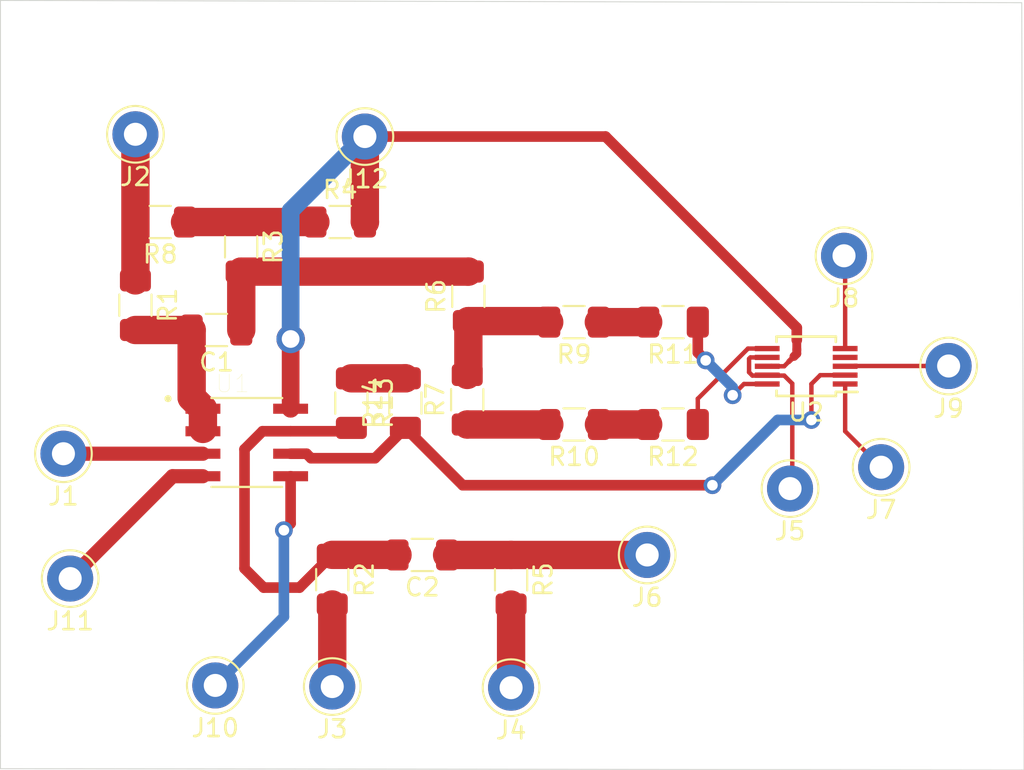
<source format=kicad_pcb>
(kicad_pcb (version 20171130) (host pcbnew 5.1.6-c6e7f7d~86~ubuntu18.04.1)

  (general
    (thickness 1.6)
    (drawings 8)
    (tracks 109)
    (zones 0)
    (modules 30)
    (nets 25)
  )

  (page A4)
  (layers
    (0 F.Cu signal)
    (31 B.Cu signal)
    (32 B.Adhes user)
    (33 F.Adhes user)
    (34 B.Paste user)
    (35 F.Paste user)
    (36 B.SilkS user)
    (37 F.SilkS user)
    (38 B.Mask user)
    (39 F.Mask user)
    (40 Dwgs.User user)
    (41 Cmts.User user)
    (42 Eco1.User user)
    (43 Eco2.User user)
    (44 Edge.Cuts user)
    (45 Margin user)
    (46 B.CrtYd user)
    (47 F.CrtYd user)
    (48 B.Fab user)
    (49 F.Fab user)
  )

  (setup
    (last_trace_width 0.3)
    (user_trace_width 0.3)
    (user_trace_width 0.5)
    (user_trace_width 0.6)
    (user_trace_width 0.8)
    (user_trace_width 1)
    (user_trace_width 1.6)
    (trace_clearance 0.2)
    (zone_clearance 0.508)
    (zone_45_only no)
    (trace_min 0.2)
    (via_size 0.8)
    (via_drill 0.4)
    (via_min_size 0.4)
    (via_min_drill 0.3)
    (user_via 0.5 0.4)
    (user_via 0.6 0.4)
    (user_via 1 0.6)
    (user_via 1.6 1)
    (uvia_size 0.3)
    (uvia_drill 0.1)
    (uvias_allowed no)
    (uvia_min_size 0.2)
    (uvia_min_drill 0.1)
    (edge_width 0.05)
    (segment_width 0.2)
    (pcb_text_width 0.3)
    (pcb_text_size 1.5 1.5)
    (mod_edge_width 0.12)
    (mod_text_size 1 1)
    (mod_text_width 0.15)
    (pad_size 1.524 1.524)
    (pad_drill 0.762)
    (pad_to_mask_clearance 0.05)
    (aux_axis_origin 0 0)
    (visible_elements FFFFFF7F)
    (pcbplotparams
      (layerselection 0x010fc_ffffffff)
      (usegerberextensions false)
      (usegerberattributes true)
      (usegerberadvancedattributes true)
      (creategerberjobfile true)
      (excludeedgelayer true)
      (linewidth 0.100000)
      (plotframeref false)
      (viasonmask false)
      (mode 1)
      (useauxorigin false)
      (hpglpennumber 1)
      (hpglpenspeed 20)
      (hpglpendiameter 15.000000)
      (psnegative false)
      (psa4output false)
      (plotreference true)
      (plotvalue true)
      (plotinvisibletext false)
      (padsonsilk false)
      (subtractmaskfromsilk false)
      (outputformat 1)
      (mirror false)
      (drillshape 0)
      (scaleselection 1)
      (outputdirectory "/home/linux-user/Documents/Amplifiers/Volume Controller/Biasing and 10V Test/Biasing and 10V Test Gerber Files/"))
  )

  (net 0 "")
  (net 1 "Net-(C1-Pad2)")
  (net 2 "Net-(C1-Pad1)")
  (net 3 "Net-(C2-Pad1)")
  (net 4 "Net-(C2-Pad2)")
  (net 5 "Net-(J1-Pad1)")
  (net 6 "Net-(J2-Pad1)")
  (net 7 "Net-(J3-Pad1)")
  (net 8 "Net-(J4-Pad1)")
  (net 9 "Net-(J5-Pad1)")
  (net 10 "Net-(J7-Pad1)")
  (net 11 "Net-(J8-Pad1)")
  (net 12 "Net-(J9-Pad1)")
  (net 13 "Net-(J10-Pad1)")
  (net 14 "Net-(R3-Pad1)")
  (net 15 "Net-(R6-Pad1)")
  (net 16 "Net-(R10-Pad2)")
  (net 17 "Net-(R11-Pad2)")
  (net 18 "Net-(R10-Pad1)")
  (net 19 "Net-(R11-Pad1)")
  (net 20 "Net-(R12-Pad1)")
  (net 21 "Net-(R13-Pad1)")
  (net 22 "Net-(R14-Pad1)")
  (net 23 "Net-(J11-Pad1)")
  (net 24 "Net-(J12-Pad1)")

  (net_class Default "This is the default net class."
    (clearance 0.2)
    (trace_width 0.25)
    (via_dia 0.8)
    (via_drill 0.4)
    (uvia_dia 0.3)
    (uvia_drill 0.1)
    (add_net "Net-(C1-Pad1)")
    (add_net "Net-(C1-Pad2)")
    (add_net "Net-(C2-Pad1)")
    (add_net "Net-(C2-Pad2)")
    (add_net "Net-(J1-Pad1)")
    (add_net "Net-(J10-Pad1)")
    (add_net "Net-(J11-Pad1)")
    (add_net "Net-(J12-Pad1)")
    (add_net "Net-(J2-Pad1)")
    (add_net "Net-(J3-Pad1)")
    (add_net "Net-(J4-Pad1)")
    (add_net "Net-(J5-Pad1)")
    (add_net "Net-(J7-Pad1)")
    (add_net "Net-(J8-Pad1)")
    (add_net "Net-(J9-Pad1)")
    (add_net "Net-(R10-Pad1)")
    (add_net "Net-(R10-Pad2)")
    (add_net "Net-(R11-Pad1)")
    (add_net "Net-(R11-Pad2)")
    (add_net "Net-(R12-Pad1)")
    (add_net "Net-(R13-Pad1)")
    (add_net "Net-(R14-Pad1)")
    (add_net "Net-(R3-Pad1)")
    (add_net "Net-(R6-Pad1)")
  )

  (module Capacitor_SMD:C_1206_3216Metric (layer F.Cu) (tedit 5B301BBE) (tstamp 5F400F46)
    (at 120.018 73.4695 180)
    (descr "Capacitor SMD 1206 (3216 Metric), square (rectangular) end terminal, IPC_7351 nominal, (Body size source: http://www.tortai-tech.com/upload/download/2011102023233369053.pdf), generated with kicad-footprint-generator")
    (tags capacitor)
    (path /5F430719)
    (attr smd)
    (fp_text reference C1 (at 0 -1.82) (layer F.SilkS)
      (effects (font (size 1 1) (thickness 0.15)))
    )
    (fp_text value 10uF (at 0 1.82) (layer F.Fab)
      (effects (font (size 1 1) (thickness 0.15)))
    )
    (fp_text user %R (at 0 0) (layer F.Fab)
      (effects (font (size 0.8 0.8) (thickness 0.12)))
    )
    (fp_line (start -1.6 0.8) (end -1.6 -0.8) (layer F.Fab) (width 0.1))
    (fp_line (start -1.6 -0.8) (end 1.6 -0.8) (layer F.Fab) (width 0.1))
    (fp_line (start 1.6 -0.8) (end 1.6 0.8) (layer F.Fab) (width 0.1))
    (fp_line (start 1.6 0.8) (end -1.6 0.8) (layer F.Fab) (width 0.1))
    (fp_line (start -0.602064 -0.91) (end 0.602064 -0.91) (layer F.SilkS) (width 0.12))
    (fp_line (start -0.602064 0.91) (end 0.602064 0.91) (layer F.SilkS) (width 0.12))
    (fp_line (start -2.28 1.12) (end -2.28 -1.12) (layer F.CrtYd) (width 0.05))
    (fp_line (start -2.28 -1.12) (end 2.28 -1.12) (layer F.CrtYd) (width 0.05))
    (fp_line (start 2.28 -1.12) (end 2.28 1.12) (layer F.CrtYd) (width 0.05))
    (fp_line (start 2.28 1.12) (end -2.28 1.12) (layer F.CrtYd) (width 0.05))
    (pad 2 smd roundrect (at 1.4 0 180) (size 1.25 1.75) (layers F.Cu F.Paste F.Mask) (roundrect_rratio 0.2)
      (net 1 "Net-(C1-Pad2)"))
    (pad 1 smd roundrect (at -1.4 0 180) (size 1.25 1.75) (layers F.Cu F.Paste F.Mask) (roundrect_rratio 0.2)
      (net 2 "Net-(C1-Pad1)"))
    (model ${KISYS3DMOD}/Capacitor_SMD.3dshapes/C_1206_3216Metric.wrl
      (at (xyz 0 0 0))
      (scale (xyz 1 1 1))
      (rotate (xyz 0 0 0))
    )
  )

  (module Capacitor_SMD:C_1206_3216Metric (layer F.Cu) (tedit 5B301BBE) (tstamp 5F400F57)
    (at 131.6385 86.1695 180)
    (descr "Capacitor SMD 1206 (3216 Metric), square (rectangular) end terminal, IPC_7351 nominal, (Body size source: http://www.tortai-tech.com/upload/download/2011102023233369053.pdf), generated with kicad-footprint-generator")
    (tags capacitor)
    (path /5F45673A)
    (attr smd)
    (fp_text reference C2 (at 0 -1.82) (layer F.SilkS)
      (effects (font (size 1 1) (thickness 0.15)))
    )
    (fp_text value 10uF (at 0 1.82) (layer F.Fab)
      (effects (font (size 1 1) (thickness 0.15)))
    )
    (fp_line (start 2.28 1.12) (end -2.28 1.12) (layer F.CrtYd) (width 0.05))
    (fp_line (start 2.28 -1.12) (end 2.28 1.12) (layer F.CrtYd) (width 0.05))
    (fp_line (start -2.28 -1.12) (end 2.28 -1.12) (layer F.CrtYd) (width 0.05))
    (fp_line (start -2.28 1.12) (end -2.28 -1.12) (layer F.CrtYd) (width 0.05))
    (fp_line (start -0.602064 0.91) (end 0.602064 0.91) (layer F.SilkS) (width 0.12))
    (fp_line (start -0.602064 -0.91) (end 0.602064 -0.91) (layer F.SilkS) (width 0.12))
    (fp_line (start 1.6 0.8) (end -1.6 0.8) (layer F.Fab) (width 0.1))
    (fp_line (start 1.6 -0.8) (end 1.6 0.8) (layer F.Fab) (width 0.1))
    (fp_line (start -1.6 -0.8) (end 1.6 -0.8) (layer F.Fab) (width 0.1))
    (fp_line (start -1.6 0.8) (end -1.6 -0.8) (layer F.Fab) (width 0.1))
    (fp_text user %R (at 0 0) (layer F.Fab)
      (effects (font (size 0.8 0.8) (thickness 0.12)))
    )
    (pad 1 smd roundrect (at -1.4 0 180) (size 1.25 1.75) (layers F.Cu F.Paste F.Mask) (roundrect_rratio 0.2)
      (net 3 "Net-(C2-Pad1)"))
    (pad 2 smd roundrect (at 1.4 0 180) (size 1.25 1.75) (layers F.Cu F.Paste F.Mask) (roundrect_rratio 0.2)
      (net 4 "Net-(C2-Pad2)"))
    (model ${KISYS3DMOD}/Capacitor_SMD.3dshapes/C_1206_3216Metric.wrl
      (at (xyz 0 0 0))
      (scale (xyz 1 1 1))
      (rotate (xyz 0 0 0))
    )
  )

  (module Connector_Pin:Pin_D1.3mm_L11.0mm (layer F.Cu) (tedit 5A1DC085) (tstamp 5F400F61)
    (at 111.379 80.4545)
    (descr "solder Pin_ diameter 1.3mm, hole diameter 1.3mm, length 11.0mm")
    (tags "solder Pin_ pressfit")
    (path /5F45F1D7)
    (fp_text reference J1 (at 0 2.4) (layer F.SilkS)
      (effects (font (size 1 1) (thickness 0.15)))
    )
    (fp_text value Vin (at 0 -2.05) (layer F.Fab)
      (effects (font (size 1 1) (thickness 0.15)))
    )
    (fp_text user %R (at 0 2.4) (layer F.Fab)
      (effects (font (size 1 1) (thickness 0.15)))
    )
    (fp_circle (center 0 0) (end 1.8 0) (layer F.CrtYd) (width 0.05))
    (fp_circle (center 0 0) (end 0.65 -0.05) (layer F.Fab) (width 0.12))
    (fp_circle (center 0 0) (end 1.25 -0.05) (layer F.Fab) (width 0.12))
    (fp_circle (center 0 0) (end 1.6 0.05) (layer F.SilkS) (width 0.12))
    (pad 1 thru_hole circle (at 0 0) (size 2.6 2.6) (drill 1.3) (layers *.Cu *.Mask)
      (net 5 "Net-(J1-Pad1)"))
    (model ${KISYS3DMOD}/Connector_Pin.3dshapes/Pin_D1.3mm_L11.0mm.wrl
      (at (xyz 0 0 0))
      (scale (xyz 1 1 1))
      (rotate (xyz 0 0 0))
    )
  )

  (module Connector_Pin:Pin_D1.3mm_L11.0mm (layer F.Cu) (tedit 5A1DC085) (tstamp 5F400F6B)
    (at 115.443 62.4205)
    (descr "solder Pin_ diameter 1.3mm, hole diameter 1.3mm, length 11.0mm")
    (tags "solder Pin_ pressfit")
    (path /5F46F3FF)
    (fp_text reference J2 (at 0 2.4) (layer F.SilkS)
      (effects (font (size 1 1) (thickness 0.15)))
    )
    (fp_text value GND1 (at 0 -2.05) (layer F.Fab)
      (effects (font (size 1 1) (thickness 0.15)))
    )
    (fp_circle (center 0 0) (end 1.6 0.05) (layer F.SilkS) (width 0.12))
    (fp_circle (center 0 0) (end 1.25 -0.05) (layer F.Fab) (width 0.12))
    (fp_circle (center 0 0) (end 0.65 -0.05) (layer F.Fab) (width 0.12))
    (fp_circle (center 0 0) (end 1.8 0) (layer F.CrtYd) (width 0.05))
    (fp_text user %R (at 0 2.4) (layer F.Fab)
      (effects (font (size 1 1) (thickness 0.15)))
    )
    (pad 1 thru_hole circle (at 0 0) (size 2.6 2.6) (drill 1.3) (layers *.Cu *.Mask)
      (net 6 "Net-(J2-Pad1)"))
    (model ${KISYS3DMOD}/Connector_Pin.3dshapes/Pin_D1.3mm_L11.0mm.wrl
      (at (xyz 0 0 0))
      (scale (xyz 1 1 1))
      (rotate (xyz 0 0 0))
    )
  )

  (module Connector_Pin:Pin_D1.3mm_L11.0mm (layer F.Cu) (tedit 5A1DC085) (tstamp 5F400F75)
    (at 126.5555 93.599)
    (descr "solder Pin_ diameter 1.3mm, hole diameter 1.3mm, length 11.0mm")
    (tags "solder Pin_ pressfit")
    (path /5F479D17)
    (fp_text reference J3 (at 0 2.4) (layer F.SilkS)
      (effects (font (size 1 1) (thickness 0.15)))
    )
    (fp_text value GND2 (at 0 -2.05) (layer F.Fab)
      (effects (font (size 1 1) (thickness 0.15)))
    )
    (fp_text user %R (at 0 2.4) (layer F.Fab)
      (effects (font (size 1 1) (thickness 0.15)))
    )
    (fp_circle (center 0 0) (end 1.8 0) (layer F.CrtYd) (width 0.05))
    (fp_circle (center 0 0) (end 0.65 -0.05) (layer F.Fab) (width 0.12))
    (fp_circle (center 0 0) (end 1.25 -0.05) (layer F.Fab) (width 0.12))
    (fp_circle (center 0 0) (end 1.6 0.05) (layer F.SilkS) (width 0.12))
    (pad 1 thru_hole circle (at 0 0) (size 2.6 2.6) (drill 1.3) (layers *.Cu *.Mask)
      (net 7 "Net-(J3-Pad1)"))
    (model ${KISYS3DMOD}/Connector_Pin.3dshapes/Pin_D1.3mm_L11.0mm.wrl
      (at (xyz 0 0 0))
      (scale (xyz 1 1 1))
      (rotate (xyz 0 0 0))
    )
  )

  (module Connector_Pin:Pin_D1.3mm_L11.0mm (layer F.Cu) (tedit 5A1DC085) (tstamp 5F400F7F)
    (at 136.652 93.6625)
    (descr "solder Pin_ diameter 1.3mm, hole diameter 1.3mm, length 11.0mm")
    (tags "solder Pin_ pressfit")
    (path /5F476323)
    (fp_text reference J4 (at 0 2.4) (layer F.SilkS)
      (effects (font (size 1 1) (thickness 0.15)))
    )
    (fp_text value GND3 (at 0 -2.05) (layer F.Fab)
      (effects (font (size 1 1) (thickness 0.15)))
    )
    (fp_circle (center 0 0) (end 1.6 0.05) (layer F.SilkS) (width 0.12))
    (fp_circle (center 0 0) (end 1.25 -0.05) (layer F.Fab) (width 0.12))
    (fp_circle (center 0 0) (end 0.65 -0.05) (layer F.Fab) (width 0.12))
    (fp_circle (center 0 0) (end 1.8 0) (layer F.CrtYd) (width 0.05))
    (fp_text user %R (at 0 2.4) (layer F.Fab)
      (effects (font (size 1 1) (thickness 0.15)))
    )
    (pad 1 thru_hole circle (at 0 0) (size 2.6 2.6) (drill 1.3) (layers *.Cu *.Mask)
      (net 8 "Net-(J4-Pad1)"))
    (model ${KISYS3DMOD}/Connector_Pin.3dshapes/Pin_D1.3mm_L11.0mm.wrl
      (at (xyz 0 0 0))
      (scale (xyz 1 1 1))
      (rotate (xyz 0 0 0))
    )
  )

  (module Connector_Pin:Pin_D1.3mm_L11.0mm (layer F.Cu) (tedit 5A1DC085) (tstamp 5F400F89)
    (at 152.4 82.423)
    (descr "solder Pin_ diameter 1.3mm, hole diameter 1.3mm, length 11.0mm")
    (tags "solder Pin_ pressfit")
    (path /5F472F1D)
    (fp_text reference J5 (at 0 2.4) (layer F.SilkS)
      (effects (font (size 1 1) (thickness 0.15)))
    )
    (fp_text value GND4 (at 0 -2.05) (layer F.Fab)
      (effects (font (size 1 1) (thickness 0.15)))
    )
    (fp_text user %R (at 0 2.4) (layer F.Fab)
      (effects (font (size 1 1) (thickness 0.15)))
    )
    (fp_circle (center 0 0) (end 1.8 0) (layer F.CrtYd) (width 0.05))
    (fp_circle (center 0 0) (end 0.65 -0.05) (layer F.Fab) (width 0.12))
    (fp_circle (center 0 0) (end 1.25 -0.05) (layer F.Fab) (width 0.12))
    (fp_circle (center 0 0) (end 1.6 0.05) (layer F.SilkS) (width 0.12))
    (pad 1 thru_hole circle (at 0 0) (size 2.6 2.6) (drill 1.3) (layers *.Cu *.Mask)
      (net 9 "Net-(J5-Pad1)"))
    (model ${KISYS3DMOD}/Connector_Pin.3dshapes/Pin_D1.3mm_L11.0mm.wrl
      (at (xyz 0 0 0))
      (scale (xyz 1 1 1))
      (rotate (xyz 0 0 0))
    )
  )

  (module Connector_Pin:Pin_D1.3mm_L11.0mm (layer F.Cu) (tedit 5A1DC085) (tstamp 5F400F93)
    (at 144.3355 86.1695)
    (descr "solder Pin_ diameter 1.3mm, hole diameter 1.3mm, length 11.0mm")
    (tags "solder Pin_ pressfit")
    (path /5F466319)
    (fp_text reference J6 (at 0 2.4) (layer F.SilkS)
      (effects (font (size 1 1) (thickness 0.15)))
    )
    (fp_text value Vout (at 0 -2.05) (layer F.Fab)
      (effects (font (size 1 1) (thickness 0.15)))
    )
    (fp_circle (center 0 0) (end 1.6 0.05) (layer F.SilkS) (width 0.12))
    (fp_circle (center 0 0) (end 1.25 -0.05) (layer F.Fab) (width 0.12))
    (fp_circle (center 0 0) (end 0.65 -0.05) (layer F.Fab) (width 0.12))
    (fp_circle (center 0 0) (end 1.8 0) (layer F.CrtYd) (width 0.05))
    (fp_text user %R (at 0 2.4) (layer F.Fab)
      (effects (font (size 1 1) (thickness 0.15)))
    )
    (pad 1 thru_hole circle (at 0 0) (size 2.6 2.6) (drill 1.3) (layers *.Cu *.Mask)
      (net 3 "Net-(C2-Pad1)"))
    (model ${KISYS3DMOD}/Connector_Pin.3dshapes/Pin_D1.3mm_L11.0mm.wrl
      (at (xyz 0 0 0))
      (scale (xyz 1 1 1))
      (rotate (xyz 0 0 0))
    )
  )

  (module Connector_Pin:Pin_D1.3mm_L11.0mm (layer F.Cu) (tedit 5A1DC085) (tstamp 5F400F9D)
    (at 157.5435 81.2165)
    (descr "solder Pin_ diameter 1.3mm, hole diameter 1.3mm, length 11.0mm")
    (tags "solder Pin_ pressfit")
    (path /5F47D59D)
    (fp_text reference J7 (at 0 2.4) (layer F.SilkS)
      (effects (font (size 1 1) (thickness 0.15)))
    )
    (fp_text value SW_1 (at 0 -2.05) (layer F.Fab)
      (effects (font (size 1 1) (thickness 0.15)))
    )
    (fp_circle (center 0 0) (end 1.6 0.05) (layer F.SilkS) (width 0.12))
    (fp_circle (center 0 0) (end 1.25 -0.05) (layer F.Fab) (width 0.12))
    (fp_circle (center 0 0) (end 0.65 -0.05) (layer F.Fab) (width 0.12))
    (fp_circle (center 0 0) (end 1.8 0) (layer F.CrtYd) (width 0.05))
    (fp_text user %R (at 0 2.4) (layer F.Fab)
      (effects (font (size 1 1) (thickness 0.15)))
    )
    (pad 1 thru_hole circle (at 0 0) (size 2.6 2.6) (drill 1.3) (layers *.Cu *.Mask)
      (net 10 "Net-(J7-Pad1)"))
    (model ${KISYS3DMOD}/Connector_Pin.3dshapes/Pin_D1.3mm_L11.0mm.wrl
      (at (xyz 0 0 0))
      (scale (xyz 1 1 1))
      (rotate (xyz 0 0 0))
    )
  )

  (module Connector_Pin:Pin_D1.3mm_L11.0mm (layer F.Cu) (tedit 5A1DC085) (tstamp 5F400FA7)
    (at 155.448 69.2785)
    (descr "solder Pin_ diameter 1.3mm, hole diameter 1.3mm, length 11.0mm")
    (tags "solder Pin_ pressfit")
    (path /5F47E598)
    (fp_text reference J8 (at 0 2.4) (layer F.SilkS)
      (effects (font (size 1 1) (thickness 0.15)))
    )
    (fp_text value SW_2 (at 0 -2.05) (layer F.Fab)
      (effects (font (size 1 1) (thickness 0.15)))
    )
    (fp_text user %R (at 0 2.4) (layer F.Fab)
      (effects (font (size 1 1) (thickness 0.15)))
    )
    (fp_circle (center 0 0) (end 1.8 0) (layer F.CrtYd) (width 0.05))
    (fp_circle (center 0 0) (end 0.65 -0.05) (layer F.Fab) (width 0.12))
    (fp_circle (center 0 0) (end 1.25 -0.05) (layer F.Fab) (width 0.12))
    (fp_circle (center 0 0) (end 1.6 0.05) (layer F.SilkS) (width 0.12))
    (pad 1 thru_hole circle (at 0 0) (size 2.6 2.6) (drill 1.3) (layers *.Cu *.Mask)
      (net 11 "Net-(J8-Pad1)"))
    (model ${KISYS3DMOD}/Connector_Pin.3dshapes/Pin_D1.3mm_L11.0mm.wrl
      (at (xyz 0 0 0))
      (scale (xyz 1 1 1))
      (rotate (xyz 0 0 0))
    )
  )

  (module Connector_Pin:Pin_D1.3mm_L11.0mm (layer F.Cu) (tedit 5A1DC085) (tstamp 5F400FB1)
    (at 161.3535 75.5015)
    (descr "solder Pin_ diameter 1.3mm, hole diameter 1.3mm, length 11.0mm")
    (tags "solder Pin_ pressfit")
    (path /5F46A460)
    (fp_text reference J9 (at 0 2.4) (layer F.SilkS)
      (effects (font (size 1 1) (thickness 0.15)))
    )
    (fp_text value GND5 (at 0 -2.05) (layer F.Fab)
      (effects (font (size 1 1) (thickness 0.15)))
    )
    (fp_text user %R (at 0 2.4) (layer F.Fab)
      (effects (font (size 1 1) (thickness 0.15)))
    )
    (fp_circle (center 0 0) (end 1.8 0) (layer F.CrtYd) (width 0.05))
    (fp_circle (center 0 0) (end 0.65 -0.05) (layer F.Fab) (width 0.12))
    (fp_circle (center 0 0) (end 1.25 -0.05) (layer F.Fab) (width 0.12))
    (fp_circle (center 0 0) (end 1.6 0.05) (layer F.SilkS) (width 0.12))
    (pad 1 thru_hole circle (at 0 0) (size 2.6 2.6) (drill 1.3) (layers *.Cu *.Mask)
      (net 12 "Net-(J9-Pad1)"))
    (model ${KISYS3DMOD}/Connector_Pin.3dshapes/Pin_D1.3mm_L11.0mm.wrl
      (at (xyz 0 0 0))
      (scale (xyz 1 1 1))
      (rotate (xyz 0 0 0))
    )
  )

  (module Connector_Pin:Pin_D1.3mm_L11.0mm (layer F.Cu) (tedit 5A1DC085) (tstamp 5F400FBB)
    (at 119.9515 93.5355)
    (descr "solder Pin_ diameter 1.3mm, hole diameter 1.3mm, length 11.0mm")
    (tags "solder Pin_ pressfit")
    (path /5F4F5B03)
    (fp_text reference J10 (at 0 2.4) (layer F.SilkS)
      (effects (font (size 1 1) (thickness 0.15)))
    )
    (fp_text value GND6 (at 0 -2.05) (layer F.Fab)
      (effects (font (size 1 1) (thickness 0.15)))
    )
    (fp_circle (center 0 0) (end 1.6 0.05) (layer F.SilkS) (width 0.12))
    (fp_circle (center 0 0) (end 1.25 -0.05) (layer F.Fab) (width 0.12))
    (fp_circle (center 0 0) (end 0.65 -0.05) (layer F.Fab) (width 0.12))
    (fp_circle (center 0 0) (end 1.8 0) (layer F.CrtYd) (width 0.05))
    (fp_text user %R (at 0 2.4) (layer F.Fab)
      (effects (font (size 1 1) (thickness 0.15)))
    )
    (pad 1 thru_hole circle (at 0 0) (size 2.6 2.6) (drill 1.3) (layers *.Cu *.Mask)
      (net 13 "Net-(J10-Pad1)"))
    (model ${KISYS3DMOD}/Connector_Pin.3dshapes/Pin_D1.3mm_L11.0mm.wrl
      (at (xyz 0 0 0))
      (scale (xyz 1 1 1))
      (rotate (xyz 0 0 0))
    )
  )

  (module Resistor_SMD:R_1206_3216Metric (layer F.Cu) (tedit 5B301BBD) (tstamp 5F400FCC)
    (at 115.443 72.0695 270)
    (descr "Resistor SMD 1206 (3216 Metric), square (rectangular) end terminal, IPC_7351 nominal, (Body size source: http://www.tortai-tech.com/upload/download/2011102023233369053.pdf), generated with kicad-footprint-generator")
    (tags resistor)
    (path /5F42FDE9)
    (attr smd)
    (fp_text reference R1 (at 0 -1.82 90) (layer F.SilkS)
      (effects (font (size 1 1) (thickness 0.15)))
    )
    (fp_text value 10k (at 0 1.82 90) (layer F.Fab)
      (effects (font (size 1 1) (thickness 0.15)))
    )
    (fp_line (start 2.28 1.12) (end -2.28 1.12) (layer F.CrtYd) (width 0.05))
    (fp_line (start 2.28 -1.12) (end 2.28 1.12) (layer F.CrtYd) (width 0.05))
    (fp_line (start -2.28 -1.12) (end 2.28 -1.12) (layer F.CrtYd) (width 0.05))
    (fp_line (start -2.28 1.12) (end -2.28 -1.12) (layer F.CrtYd) (width 0.05))
    (fp_line (start -0.602064 0.91) (end 0.602064 0.91) (layer F.SilkS) (width 0.12))
    (fp_line (start -0.602064 -0.91) (end 0.602064 -0.91) (layer F.SilkS) (width 0.12))
    (fp_line (start 1.6 0.8) (end -1.6 0.8) (layer F.Fab) (width 0.1))
    (fp_line (start 1.6 -0.8) (end 1.6 0.8) (layer F.Fab) (width 0.1))
    (fp_line (start -1.6 -0.8) (end 1.6 -0.8) (layer F.Fab) (width 0.1))
    (fp_line (start -1.6 0.8) (end -1.6 -0.8) (layer F.Fab) (width 0.1))
    (fp_text user %R (at 0 0 90) (layer F.Fab)
      (effects (font (size 0.8 0.8) (thickness 0.12)))
    )
    (pad 1 smd roundrect (at -1.4 0 270) (size 1.25 1.75) (layers F.Cu F.Paste F.Mask) (roundrect_rratio 0.2)
      (net 6 "Net-(J2-Pad1)"))
    (pad 2 smd roundrect (at 1.4 0 270) (size 1.25 1.75) (layers F.Cu F.Paste F.Mask) (roundrect_rratio 0.2)
      (net 1 "Net-(C1-Pad2)"))
    (model ${KISYS3DMOD}/Resistor_SMD.3dshapes/R_1206_3216Metric.wrl
      (at (xyz 0 0 0))
      (scale (xyz 1 1 1))
      (rotate (xyz 0 0 0))
    )
  )

  (module Resistor_SMD:R_1206_3216Metric (layer F.Cu) (tedit 5B301BBD) (tstamp 5F400FDD)
    (at 126.5555 87.5635 270)
    (descr "Resistor SMD 1206 (3216 Metric), square (rectangular) end terminal, IPC_7351 nominal, (Body size source: http://www.tortai-tech.com/upload/download/2011102023233369053.pdf), generated with kicad-footprint-generator")
    (tags resistor)
    (path /5F455A68)
    (attr smd)
    (fp_text reference R2 (at 0 -1.82 90) (layer F.SilkS)
      (effects (font (size 1 1) (thickness 0.15)))
    )
    (fp_text value 10k (at 0 1.82 90) (layer F.Fab)
      (effects (font (size 1 1) (thickness 0.15)))
    )
    (fp_line (start 2.28 1.12) (end -2.28 1.12) (layer F.CrtYd) (width 0.05))
    (fp_line (start 2.28 -1.12) (end 2.28 1.12) (layer F.CrtYd) (width 0.05))
    (fp_line (start -2.28 -1.12) (end 2.28 -1.12) (layer F.CrtYd) (width 0.05))
    (fp_line (start -2.28 1.12) (end -2.28 -1.12) (layer F.CrtYd) (width 0.05))
    (fp_line (start -0.602064 0.91) (end 0.602064 0.91) (layer F.SilkS) (width 0.12))
    (fp_line (start -0.602064 -0.91) (end 0.602064 -0.91) (layer F.SilkS) (width 0.12))
    (fp_line (start 1.6 0.8) (end -1.6 0.8) (layer F.Fab) (width 0.1))
    (fp_line (start 1.6 -0.8) (end 1.6 0.8) (layer F.Fab) (width 0.1))
    (fp_line (start -1.6 -0.8) (end 1.6 -0.8) (layer F.Fab) (width 0.1))
    (fp_line (start -1.6 0.8) (end -1.6 -0.8) (layer F.Fab) (width 0.1))
    (fp_text user %R (at 0 0 90) (layer F.Fab)
      (effects (font (size 0.8 0.8) (thickness 0.12)))
    )
    (pad 1 smd roundrect (at -1.4 0 270) (size 1.25 1.75) (layers F.Cu F.Paste F.Mask) (roundrect_rratio 0.2)
      (net 4 "Net-(C2-Pad2)"))
    (pad 2 smd roundrect (at 1.4 0 270) (size 1.25 1.75) (layers F.Cu F.Paste F.Mask) (roundrect_rratio 0.2)
      (net 7 "Net-(J3-Pad1)"))
    (model ${KISYS3DMOD}/Resistor_SMD.3dshapes/R_1206_3216Metric.wrl
      (at (xyz 0 0 0))
      (scale (xyz 1 1 1))
      (rotate (xyz 0 0 0))
    )
  )

  (module Resistor_SMD:R_1206_3216Metric (layer F.Cu) (tedit 5B301BBD) (tstamp 5F400FEE)
    (at 121.412 68.7735 270)
    (descr "Resistor SMD 1206 (3216 Metric), square (rectangular) end terminal, IPC_7351 nominal, (Body size source: http://www.tortai-tech.com/upload/download/2011102023233369053.pdf), generated with kicad-footprint-generator")
    (tags resistor)
    (path /5F430E31)
    (attr smd)
    (fp_text reference R3 (at 0 -1.82 90) (layer F.SilkS)
      (effects (font (size 1 1) (thickness 0.15)))
    )
    (fp_text value 10k (at 0 1.82 90) (layer F.Fab)
      (effects (font (size 1 1) (thickness 0.15)))
    )
    (fp_text user %R (at 0 0 90) (layer F.Fab)
      (effects (font (size 0.8 0.8) (thickness 0.12)))
    )
    (fp_line (start -1.6 0.8) (end -1.6 -0.8) (layer F.Fab) (width 0.1))
    (fp_line (start -1.6 -0.8) (end 1.6 -0.8) (layer F.Fab) (width 0.1))
    (fp_line (start 1.6 -0.8) (end 1.6 0.8) (layer F.Fab) (width 0.1))
    (fp_line (start 1.6 0.8) (end -1.6 0.8) (layer F.Fab) (width 0.1))
    (fp_line (start -0.602064 -0.91) (end 0.602064 -0.91) (layer F.SilkS) (width 0.12))
    (fp_line (start -0.602064 0.91) (end 0.602064 0.91) (layer F.SilkS) (width 0.12))
    (fp_line (start -2.28 1.12) (end -2.28 -1.12) (layer F.CrtYd) (width 0.05))
    (fp_line (start -2.28 -1.12) (end 2.28 -1.12) (layer F.CrtYd) (width 0.05))
    (fp_line (start 2.28 -1.12) (end 2.28 1.12) (layer F.CrtYd) (width 0.05))
    (fp_line (start 2.28 1.12) (end -2.28 1.12) (layer F.CrtYd) (width 0.05))
    (pad 2 smd roundrect (at 1.4 0 270) (size 1.25 1.75) (layers F.Cu F.Paste F.Mask) (roundrect_rratio 0.2)
      (net 2 "Net-(C1-Pad1)"))
    (pad 1 smd roundrect (at -1.4 0 270) (size 1.25 1.75) (layers F.Cu F.Paste F.Mask) (roundrect_rratio 0.2)
      (net 14 "Net-(R3-Pad1)"))
    (model ${KISYS3DMOD}/Resistor_SMD.3dshapes/R_1206_3216Metric.wrl
      (at (xyz 0 0 0))
      (scale (xyz 1 1 1))
      (rotate (xyz 0 0 0))
    )
  )

  (module Resistor_SMD:R_1206_3216Metric (layer F.Cu) (tedit 5B301BBD) (tstamp 5F400FFF)
    (at 127.003 67.3735)
    (descr "Resistor SMD 1206 (3216 Metric), square (rectangular) end terminal, IPC_7351 nominal, (Body size source: http://www.tortai-tech.com/upload/download/2011102023233369053.pdf), generated with kicad-footprint-generator")
    (tags resistor)
    (path /5F4317AA)
    (attr smd)
    (fp_text reference R4 (at 0 -1.82) (layer F.SilkS)
      (effects (font (size 1 1) (thickness 0.15)))
    )
    (fp_text value 10k (at 0 1.82) (layer F.Fab)
      (effects (font (size 1 1) (thickness 0.15)))
    )
    (fp_line (start 2.28 1.12) (end -2.28 1.12) (layer F.CrtYd) (width 0.05))
    (fp_line (start 2.28 -1.12) (end 2.28 1.12) (layer F.CrtYd) (width 0.05))
    (fp_line (start -2.28 -1.12) (end 2.28 -1.12) (layer F.CrtYd) (width 0.05))
    (fp_line (start -2.28 1.12) (end -2.28 -1.12) (layer F.CrtYd) (width 0.05))
    (fp_line (start -0.602064 0.91) (end 0.602064 0.91) (layer F.SilkS) (width 0.12))
    (fp_line (start -0.602064 -0.91) (end 0.602064 -0.91) (layer F.SilkS) (width 0.12))
    (fp_line (start 1.6 0.8) (end -1.6 0.8) (layer F.Fab) (width 0.1))
    (fp_line (start 1.6 -0.8) (end 1.6 0.8) (layer F.Fab) (width 0.1))
    (fp_line (start -1.6 -0.8) (end 1.6 -0.8) (layer F.Fab) (width 0.1))
    (fp_line (start -1.6 0.8) (end -1.6 -0.8) (layer F.Fab) (width 0.1))
    (fp_text user %R (at 0 0) (layer F.Fab)
      (effects (font (size 0.8 0.8) (thickness 0.12)))
    )
    (pad 1 smd roundrect (at -1.4 0) (size 1.25 1.75) (layers F.Cu F.Paste F.Mask) (roundrect_rratio 0.2)
      (net 14 "Net-(R3-Pad1)"))
    (pad 2 smd roundrect (at 1.4 0) (size 1.25 1.75) (layers F.Cu F.Paste F.Mask) (roundrect_rratio 0.2)
      (net 24 "Net-(J12-Pad1)"))
    (model ${KISYS3DMOD}/Resistor_SMD.3dshapes/R_1206_3216Metric.wrl
      (at (xyz 0 0 0))
      (scale (xyz 1 1 1))
      (rotate (xyz 0 0 0))
    )
  )

  (module Resistor_SMD:R_1206_3216Metric (layer F.Cu) (tedit 5B301BBD) (tstamp 5F401010)
    (at 136.652 87.5695 270)
    (descr "Resistor SMD 1206 (3216 Metric), square (rectangular) end terminal, IPC_7351 nominal, (Body size source: http://www.tortai-tech.com/upload/download/2011102023233369053.pdf), generated with kicad-footprint-generator")
    (tags resistor)
    (path /5F456F7E)
    (attr smd)
    (fp_text reference R5 (at 0 -1.82 90) (layer F.SilkS)
      (effects (font (size 1 1) (thickness 0.15)))
    )
    (fp_text value 10k (at 0 1.82 90) (layer F.Fab)
      (effects (font (size 1 1) (thickness 0.15)))
    )
    (fp_line (start 2.28 1.12) (end -2.28 1.12) (layer F.CrtYd) (width 0.05))
    (fp_line (start 2.28 -1.12) (end 2.28 1.12) (layer F.CrtYd) (width 0.05))
    (fp_line (start -2.28 -1.12) (end 2.28 -1.12) (layer F.CrtYd) (width 0.05))
    (fp_line (start -2.28 1.12) (end -2.28 -1.12) (layer F.CrtYd) (width 0.05))
    (fp_line (start -0.602064 0.91) (end 0.602064 0.91) (layer F.SilkS) (width 0.12))
    (fp_line (start -0.602064 -0.91) (end 0.602064 -0.91) (layer F.SilkS) (width 0.12))
    (fp_line (start 1.6 0.8) (end -1.6 0.8) (layer F.Fab) (width 0.1))
    (fp_line (start 1.6 -0.8) (end 1.6 0.8) (layer F.Fab) (width 0.1))
    (fp_line (start -1.6 -0.8) (end 1.6 -0.8) (layer F.Fab) (width 0.1))
    (fp_line (start -1.6 0.8) (end -1.6 -0.8) (layer F.Fab) (width 0.1))
    (fp_text user %R (at 0 0 90) (layer F.Fab)
      (effects (font (size 0.8 0.8) (thickness 0.12)))
    )
    (pad 1 smd roundrect (at -1.4 0 270) (size 1.25 1.75) (layers F.Cu F.Paste F.Mask) (roundrect_rratio 0.2)
      (net 3 "Net-(C2-Pad1)"))
    (pad 2 smd roundrect (at 1.4 0 270) (size 1.25 1.75) (layers F.Cu F.Paste F.Mask) (roundrect_rratio 0.2)
      (net 8 "Net-(J4-Pad1)"))
    (model ${KISYS3DMOD}/Resistor_SMD.3dshapes/R_1206_3216Metric.wrl
      (at (xyz 0 0 0))
      (scale (xyz 1 1 1))
      (rotate (xyz 0 0 0))
    )
  )

  (module Resistor_SMD:R_1206_3216Metric (layer F.Cu) (tedit 5B301BBD) (tstamp 5F401021)
    (at 134.239 71.5675 90)
    (descr "Resistor SMD 1206 (3216 Metric), square (rectangular) end terminal, IPC_7351 nominal, (Body size source: http://www.tortai-tech.com/upload/download/2011102023233369053.pdf), generated with kicad-footprint-generator")
    (tags resistor)
    (path /5F43D829)
    (attr smd)
    (fp_text reference R6 (at 0 -1.82 90) (layer F.SilkS)
      (effects (font (size 1 1) (thickness 0.15)))
    )
    (fp_text value 10k (at 0 1.82 90) (layer F.Fab)
      (effects (font (size 1 1) (thickness 0.15)))
    )
    (fp_line (start 2.28 1.12) (end -2.28 1.12) (layer F.CrtYd) (width 0.05))
    (fp_line (start 2.28 -1.12) (end 2.28 1.12) (layer F.CrtYd) (width 0.05))
    (fp_line (start -2.28 -1.12) (end 2.28 -1.12) (layer F.CrtYd) (width 0.05))
    (fp_line (start -2.28 1.12) (end -2.28 -1.12) (layer F.CrtYd) (width 0.05))
    (fp_line (start -0.602064 0.91) (end 0.602064 0.91) (layer F.SilkS) (width 0.12))
    (fp_line (start -0.602064 -0.91) (end 0.602064 -0.91) (layer F.SilkS) (width 0.12))
    (fp_line (start 1.6 0.8) (end -1.6 0.8) (layer F.Fab) (width 0.1))
    (fp_line (start 1.6 -0.8) (end 1.6 0.8) (layer F.Fab) (width 0.1))
    (fp_line (start -1.6 -0.8) (end 1.6 -0.8) (layer F.Fab) (width 0.1))
    (fp_line (start -1.6 0.8) (end -1.6 -0.8) (layer F.Fab) (width 0.1))
    (fp_text user %R (at 0 0 90) (layer F.Fab)
      (effects (font (size 0.8 0.8) (thickness 0.12)))
    )
    (pad 1 smd roundrect (at -1.4 0 90) (size 1.25 1.75) (layers F.Cu F.Paste F.Mask) (roundrect_rratio 0.2)
      (net 15 "Net-(R6-Pad1)"))
    (pad 2 smd roundrect (at 1.4 0 90) (size 1.25 1.75) (layers F.Cu F.Paste F.Mask) (roundrect_rratio 0.2)
      (net 2 "Net-(C1-Pad1)"))
    (model ${KISYS3DMOD}/Resistor_SMD.3dshapes/R_1206_3216Metric.wrl
      (at (xyz 0 0 0))
      (scale (xyz 1 1 1))
      (rotate (xyz 0 0 0))
    )
  )

  (module Resistor_SMD:R_1206_3216Metric (layer F.Cu) (tedit 5B301BBD) (tstamp 5F401032)
    (at 134.1755 77.4065 90)
    (descr "Resistor SMD 1206 (3216 Metric), square (rectangular) end terminal, IPC_7351 nominal, (Body size source: http://www.tortai-tech.com/upload/download/2011102023233369053.pdf), generated with kicad-footprint-generator")
    (tags resistor)
    (path /5F43ED0F)
    (attr smd)
    (fp_text reference R7 (at 0 -1.82 90) (layer F.SilkS)
      (effects (font (size 1 1) (thickness 0.15)))
    )
    (fp_text value 10k (at 0 1.82 90) (layer F.Fab)
      (effects (font (size 1 1) (thickness 0.15)))
    )
    (fp_line (start 2.28 1.12) (end -2.28 1.12) (layer F.CrtYd) (width 0.05))
    (fp_line (start 2.28 -1.12) (end 2.28 1.12) (layer F.CrtYd) (width 0.05))
    (fp_line (start -2.28 -1.12) (end 2.28 -1.12) (layer F.CrtYd) (width 0.05))
    (fp_line (start -2.28 1.12) (end -2.28 -1.12) (layer F.CrtYd) (width 0.05))
    (fp_line (start -0.602064 0.91) (end 0.602064 0.91) (layer F.SilkS) (width 0.12))
    (fp_line (start -0.602064 -0.91) (end 0.602064 -0.91) (layer F.SilkS) (width 0.12))
    (fp_line (start 1.6 0.8) (end -1.6 0.8) (layer F.Fab) (width 0.1))
    (fp_line (start 1.6 -0.8) (end 1.6 0.8) (layer F.Fab) (width 0.1))
    (fp_line (start -1.6 -0.8) (end 1.6 -0.8) (layer F.Fab) (width 0.1))
    (fp_line (start -1.6 0.8) (end -1.6 -0.8) (layer F.Fab) (width 0.1))
    (fp_text user %R (at 0 0 90) (layer F.Fab)
      (effects (font (size 0.8 0.8) (thickness 0.12)))
    )
    (pad 1 smd roundrect (at -1.4 0 90) (size 1.25 1.75) (layers F.Cu F.Paste F.Mask) (roundrect_rratio 0.2)
      (net 16 "Net-(R10-Pad2)"))
    (pad 2 smd roundrect (at 1.4 0 90) (size 1.25 1.75) (layers F.Cu F.Paste F.Mask) (roundrect_rratio 0.2)
      (net 15 "Net-(R6-Pad1)"))
    (model ${KISYS3DMOD}/Resistor_SMD.3dshapes/R_1206_3216Metric.wrl
      (at (xyz 0 0 0))
      (scale (xyz 1 1 1))
      (rotate (xyz 0 0 0))
    )
  )

  (module Resistor_SMD:R_1206_3216Metric (layer F.Cu) (tedit 5B301BBD) (tstamp 5F401043)
    (at 116.843 67.3735 180)
    (descr "Resistor SMD 1206 (3216 Metric), square (rectangular) end terminal, IPC_7351 nominal, (Body size source: http://www.tortai-tech.com/upload/download/2011102023233369053.pdf), generated with kicad-footprint-generator")
    (tags resistor)
    (path /5F432C7E)
    (attr smd)
    (fp_text reference R8 (at 0 -1.82) (layer F.SilkS)
      (effects (font (size 1 1) (thickness 0.15)))
    )
    (fp_text value 10k (at 0 1.82) (layer F.Fab)
      (effects (font (size 1 1) (thickness 0.15)))
    )
    (fp_text user %R (at 0 0) (layer F.Fab)
      (effects (font (size 0.8 0.8) (thickness 0.12)))
    )
    (fp_line (start -1.6 0.8) (end -1.6 -0.8) (layer F.Fab) (width 0.1))
    (fp_line (start -1.6 -0.8) (end 1.6 -0.8) (layer F.Fab) (width 0.1))
    (fp_line (start 1.6 -0.8) (end 1.6 0.8) (layer F.Fab) (width 0.1))
    (fp_line (start 1.6 0.8) (end -1.6 0.8) (layer F.Fab) (width 0.1))
    (fp_line (start -0.602064 -0.91) (end 0.602064 -0.91) (layer F.SilkS) (width 0.12))
    (fp_line (start -0.602064 0.91) (end 0.602064 0.91) (layer F.SilkS) (width 0.12))
    (fp_line (start -2.28 1.12) (end -2.28 -1.12) (layer F.CrtYd) (width 0.05))
    (fp_line (start -2.28 -1.12) (end 2.28 -1.12) (layer F.CrtYd) (width 0.05))
    (fp_line (start 2.28 -1.12) (end 2.28 1.12) (layer F.CrtYd) (width 0.05))
    (fp_line (start 2.28 1.12) (end -2.28 1.12) (layer F.CrtYd) (width 0.05))
    (pad 2 smd roundrect (at 1.4 0 180) (size 1.25 1.75) (layers F.Cu F.Paste F.Mask) (roundrect_rratio 0.2)
      (net 6 "Net-(J2-Pad1)"))
    (pad 1 smd roundrect (at -1.4 0 180) (size 1.25 1.75) (layers F.Cu F.Paste F.Mask) (roundrect_rratio 0.2)
      (net 14 "Net-(R3-Pad1)"))
    (model ${KISYS3DMOD}/Resistor_SMD.3dshapes/R_1206_3216Metric.wrl
      (at (xyz 0 0 0))
      (scale (xyz 1 1 1))
      (rotate (xyz 0 0 0))
    )
  )

  (module Resistor_SMD:R_1206_3216Metric (layer F.Cu) (tedit 5B301BBD) (tstamp 5F401054)
    (at 140.205 73.025 180)
    (descr "Resistor SMD 1206 (3216 Metric), square (rectangular) end terminal, IPC_7351 nominal, (Body size source: http://www.tortai-tech.com/upload/download/2011102023233369053.pdf), generated with kicad-footprint-generator")
    (tags resistor)
    (path /5F43E50A)
    (attr smd)
    (fp_text reference R9 (at 0 -1.82) (layer F.SilkS)
      (effects (font (size 1 1) (thickness 0.15)))
    )
    (fp_text value 10k (at 0 1.82) (layer F.Fab)
      (effects (font (size 1 1) (thickness 0.15)))
    )
    (fp_text user %R (at 0 0) (layer F.Fab)
      (effects (font (size 0.8 0.8) (thickness 0.12)))
    )
    (fp_line (start -1.6 0.8) (end -1.6 -0.8) (layer F.Fab) (width 0.1))
    (fp_line (start -1.6 -0.8) (end 1.6 -0.8) (layer F.Fab) (width 0.1))
    (fp_line (start 1.6 -0.8) (end 1.6 0.8) (layer F.Fab) (width 0.1))
    (fp_line (start 1.6 0.8) (end -1.6 0.8) (layer F.Fab) (width 0.1))
    (fp_line (start -0.602064 -0.91) (end 0.602064 -0.91) (layer F.SilkS) (width 0.12))
    (fp_line (start -0.602064 0.91) (end 0.602064 0.91) (layer F.SilkS) (width 0.12))
    (fp_line (start -2.28 1.12) (end -2.28 -1.12) (layer F.CrtYd) (width 0.05))
    (fp_line (start -2.28 -1.12) (end 2.28 -1.12) (layer F.CrtYd) (width 0.05))
    (fp_line (start 2.28 -1.12) (end 2.28 1.12) (layer F.CrtYd) (width 0.05))
    (fp_line (start 2.28 1.12) (end -2.28 1.12) (layer F.CrtYd) (width 0.05))
    (pad 2 smd roundrect (at 1.4 0 180) (size 1.25 1.75) (layers F.Cu F.Paste F.Mask) (roundrect_rratio 0.2)
      (net 15 "Net-(R6-Pad1)"))
    (pad 1 smd roundrect (at -1.4 0 180) (size 1.25 1.75) (layers F.Cu F.Paste F.Mask) (roundrect_rratio 0.2)
      (net 17 "Net-(R11-Pad2)"))
    (model ${KISYS3DMOD}/Resistor_SMD.3dshapes/R_1206_3216Metric.wrl
      (at (xyz 0 0 0))
      (scale (xyz 1 1 1))
      (rotate (xyz 0 0 0))
    )
  )

  (module Resistor_SMD:R_1206_3216Metric (layer F.Cu) (tedit 5B301BBD) (tstamp 5F401065)
    (at 140.211 78.8035 180)
    (descr "Resistor SMD 1206 (3216 Metric), square (rectangular) end terminal, IPC_7351 nominal, (Body size source: http://www.tortai-tech.com/upload/download/2011102023233369053.pdf), generated with kicad-footprint-generator")
    (tags resistor)
    (path /5F43F4F1)
    (attr smd)
    (fp_text reference R10 (at 0 -1.82) (layer F.SilkS)
      (effects (font (size 1 1) (thickness 0.15)))
    )
    (fp_text value 10k (at 0 1.82) (layer F.Fab)
      (effects (font (size 1 1) (thickness 0.15)))
    )
    (fp_text user %R (at 0 0) (layer F.Fab)
      (effects (font (size 0.8 0.8) (thickness 0.12)))
    )
    (fp_line (start -1.6 0.8) (end -1.6 -0.8) (layer F.Fab) (width 0.1))
    (fp_line (start -1.6 -0.8) (end 1.6 -0.8) (layer F.Fab) (width 0.1))
    (fp_line (start 1.6 -0.8) (end 1.6 0.8) (layer F.Fab) (width 0.1))
    (fp_line (start 1.6 0.8) (end -1.6 0.8) (layer F.Fab) (width 0.1))
    (fp_line (start -0.602064 -0.91) (end 0.602064 -0.91) (layer F.SilkS) (width 0.12))
    (fp_line (start -0.602064 0.91) (end 0.602064 0.91) (layer F.SilkS) (width 0.12))
    (fp_line (start -2.28 1.12) (end -2.28 -1.12) (layer F.CrtYd) (width 0.05))
    (fp_line (start -2.28 -1.12) (end 2.28 -1.12) (layer F.CrtYd) (width 0.05))
    (fp_line (start 2.28 -1.12) (end 2.28 1.12) (layer F.CrtYd) (width 0.05))
    (fp_line (start 2.28 1.12) (end -2.28 1.12) (layer F.CrtYd) (width 0.05))
    (pad 2 smd roundrect (at 1.4 0 180) (size 1.25 1.75) (layers F.Cu F.Paste F.Mask) (roundrect_rratio 0.2)
      (net 16 "Net-(R10-Pad2)"))
    (pad 1 smd roundrect (at -1.4 0 180) (size 1.25 1.75) (layers F.Cu F.Paste F.Mask) (roundrect_rratio 0.2)
      (net 18 "Net-(R10-Pad1)"))
    (model ${KISYS3DMOD}/Resistor_SMD.3dshapes/R_1206_3216Metric.wrl
      (at (xyz 0 0 0))
      (scale (xyz 1 1 1))
      (rotate (xyz 0 0 0))
    )
  )

  (module Resistor_SMD:R_1206_3216Metric (layer F.Cu) (tedit 5B301BBD) (tstamp 5F401076)
    (at 145.793 73.025 180)
    (descr "Resistor SMD 1206 (3216 Metric), square (rectangular) end terminal, IPC_7351 nominal, (Body size source: http://www.tortai-tech.com/upload/download/2011102023233369053.pdf), generated with kicad-footprint-generator")
    (tags resistor)
    (path /5F4D666B)
    (attr smd)
    (fp_text reference R11 (at 0 -1.82) (layer F.SilkS)
      (effects (font (size 1 1) (thickness 0.15)))
    )
    (fp_text value 10k (at 0 1.82) (layer F.Fab)
      (effects (font (size 1 1) (thickness 0.15)))
    )
    (fp_text user %R (at 0 0) (layer F.Fab)
      (effects (font (size 0.8 0.8) (thickness 0.12)))
    )
    (fp_line (start -1.6 0.8) (end -1.6 -0.8) (layer F.Fab) (width 0.1))
    (fp_line (start -1.6 -0.8) (end 1.6 -0.8) (layer F.Fab) (width 0.1))
    (fp_line (start 1.6 -0.8) (end 1.6 0.8) (layer F.Fab) (width 0.1))
    (fp_line (start 1.6 0.8) (end -1.6 0.8) (layer F.Fab) (width 0.1))
    (fp_line (start -0.602064 -0.91) (end 0.602064 -0.91) (layer F.SilkS) (width 0.12))
    (fp_line (start -0.602064 0.91) (end 0.602064 0.91) (layer F.SilkS) (width 0.12))
    (fp_line (start -2.28 1.12) (end -2.28 -1.12) (layer F.CrtYd) (width 0.05))
    (fp_line (start -2.28 -1.12) (end 2.28 -1.12) (layer F.CrtYd) (width 0.05))
    (fp_line (start 2.28 -1.12) (end 2.28 1.12) (layer F.CrtYd) (width 0.05))
    (fp_line (start 2.28 1.12) (end -2.28 1.12) (layer F.CrtYd) (width 0.05))
    (pad 2 smd roundrect (at 1.4 0 180) (size 1.25 1.75) (layers F.Cu F.Paste F.Mask) (roundrect_rratio 0.2)
      (net 17 "Net-(R11-Pad2)"))
    (pad 1 smd roundrect (at -1.4 0 180) (size 1.25 1.75) (layers F.Cu F.Paste F.Mask) (roundrect_rratio 0.2)
      (net 19 "Net-(R11-Pad1)"))
    (model ${KISYS3DMOD}/Resistor_SMD.3dshapes/R_1206_3216Metric.wrl
      (at (xyz 0 0 0))
      (scale (xyz 1 1 1))
      (rotate (xyz 0 0 0))
    )
  )

  (module Resistor_SMD:R_1206_3216Metric (layer F.Cu) (tedit 5B301BBD) (tstamp 5F401087)
    (at 145.793 78.8035 180)
    (descr "Resistor SMD 1206 (3216 Metric), square (rectangular) end terminal, IPC_7351 nominal, (Body size source: http://www.tortai-tech.com/upload/download/2011102023233369053.pdf), generated with kicad-footprint-generator")
    (tags resistor)
    (path /5F4D6AE5)
    (attr smd)
    (fp_text reference R12 (at 0 -1.82) (layer F.SilkS)
      (effects (font (size 1 1) (thickness 0.15)))
    )
    (fp_text value 10k (at 0 1.82) (layer F.Fab)
      (effects (font (size 1 1) (thickness 0.15)))
    )
    (fp_line (start 2.28 1.12) (end -2.28 1.12) (layer F.CrtYd) (width 0.05))
    (fp_line (start 2.28 -1.12) (end 2.28 1.12) (layer F.CrtYd) (width 0.05))
    (fp_line (start -2.28 -1.12) (end 2.28 -1.12) (layer F.CrtYd) (width 0.05))
    (fp_line (start -2.28 1.12) (end -2.28 -1.12) (layer F.CrtYd) (width 0.05))
    (fp_line (start -0.602064 0.91) (end 0.602064 0.91) (layer F.SilkS) (width 0.12))
    (fp_line (start -0.602064 -0.91) (end 0.602064 -0.91) (layer F.SilkS) (width 0.12))
    (fp_line (start 1.6 0.8) (end -1.6 0.8) (layer F.Fab) (width 0.1))
    (fp_line (start 1.6 -0.8) (end 1.6 0.8) (layer F.Fab) (width 0.1))
    (fp_line (start -1.6 -0.8) (end 1.6 -0.8) (layer F.Fab) (width 0.1))
    (fp_line (start -1.6 0.8) (end -1.6 -0.8) (layer F.Fab) (width 0.1))
    (fp_text user %R (at 0 0) (layer F.Fab)
      (effects (font (size 0.8 0.8) (thickness 0.12)))
    )
    (pad 1 smd roundrect (at -1.4 0 180) (size 1.25 1.75) (layers F.Cu F.Paste F.Mask) (roundrect_rratio 0.2)
      (net 20 "Net-(R12-Pad1)"))
    (pad 2 smd roundrect (at 1.4 0 180) (size 1.25 1.75) (layers F.Cu F.Paste F.Mask) (roundrect_rratio 0.2)
      (net 18 "Net-(R10-Pad1)"))
    (model ${KISYS3DMOD}/Resistor_SMD.3dshapes/R_1206_3216Metric.wrl
      (at (xyz 0 0 0))
      (scale (xyz 1 1 1))
      (rotate (xyz 0 0 0))
    )
  )

  (module Resistor_SMD:R_1206_3216Metric (layer F.Cu) (tedit 5B301BBD) (tstamp 5F401098)
    (at 127.635 77.597 270)
    (descr "Resistor SMD 1206 (3216 Metric), square (rectangular) end terminal, IPC_7351 nominal, (Body size source: http://www.tortai-tech.com/upload/download/2011102023233369053.pdf), generated with kicad-footprint-generator")
    (tags resistor)
    (path /5F4DE108)
    (attr smd)
    (fp_text reference R13 (at 0 -1.82 90) (layer F.SilkS)
      (effects (font (size 1 1) (thickness 0.15)))
    )
    (fp_text value 10k (at 0 1.82 90) (layer F.Fab)
      (effects (font (size 1 1) (thickness 0.15)))
    )
    (fp_text user %R (at 0 0 90) (layer F.Fab)
      (effects (font (size 0.8 0.8) (thickness 0.12)))
    )
    (fp_line (start -1.6 0.8) (end -1.6 -0.8) (layer F.Fab) (width 0.1))
    (fp_line (start -1.6 -0.8) (end 1.6 -0.8) (layer F.Fab) (width 0.1))
    (fp_line (start 1.6 -0.8) (end 1.6 0.8) (layer F.Fab) (width 0.1))
    (fp_line (start 1.6 0.8) (end -1.6 0.8) (layer F.Fab) (width 0.1))
    (fp_line (start -0.602064 -0.91) (end 0.602064 -0.91) (layer F.SilkS) (width 0.12))
    (fp_line (start -0.602064 0.91) (end 0.602064 0.91) (layer F.SilkS) (width 0.12))
    (fp_line (start -2.28 1.12) (end -2.28 -1.12) (layer F.CrtYd) (width 0.05))
    (fp_line (start -2.28 -1.12) (end 2.28 -1.12) (layer F.CrtYd) (width 0.05))
    (fp_line (start 2.28 -1.12) (end 2.28 1.12) (layer F.CrtYd) (width 0.05))
    (fp_line (start 2.28 1.12) (end -2.28 1.12) (layer F.CrtYd) (width 0.05))
    (pad 2 smd roundrect (at 1.4 0 270) (size 1.25 1.75) (layers F.Cu F.Paste F.Mask) (roundrect_rratio 0.2)
      (net 4 "Net-(C2-Pad2)"))
    (pad 1 smd roundrect (at -1.4 0 270) (size 1.25 1.75) (layers F.Cu F.Paste F.Mask) (roundrect_rratio 0.2)
      (net 21 "Net-(R13-Pad1)"))
    (model ${KISYS3DMOD}/Resistor_SMD.3dshapes/R_1206_3216Metric.wrl
      (at (xyz 0 0 0))
      (scale (xyz 1 1 1))
      (rotate (xyz 0 0 0))
    )
  )

  (module Resistor_SMD:R_1206_3216Metric (layer F.Cu) (tedit 5B301BBD) (tstamp 5F4010A9)
    (at 130.683 77.594 90)
    (descr "Resistor SMD 1206 (3216 Metric), square (rectangular) end terminal, IPC_7351 nominal, (Body size source: http://www.tortai-tech.com/upload/download/2011102023233369053.pdf), generated with kicad-footprint-generator")
    (tags resistor)
    (path /5F4DEC3E)
    (attr smd)
    (fp_text reference R14 (at 0 -1.82 90) (layer F.SilkS)
      (effects (font (size 1 1) (thickness 0.15)))
    )
    (fp_text value 10k (at 0 1.82 90) (layer F.Fab)
      (effects (font (size 1 1) (thickness 0.15)))
    )
    (fp_text user %R (at 0 0 90) (layer F.Fab)
      (effects (font (size 0.8 0.8) (thickness 0.12)))
    )
    (fp_line (start -1.6 0.8) (end -1.6 -0.8) (layer F.Fab) (width 0.1))
    (fp_line (start -1.6 -0.8) (end 1.6 -0.8) (layer F.Fab) (width 0.1))
    (fp_line (start 1.6 -0.8) (end 1.6 0.8) (layer F.Fab) (width 0.1))
    (fp_line (start 1.6 0.8) (end -1.6 0.8) (layer F.Fab) (width 0.1))
    (fp_line (start -0.602064 -0.91) (end 0.602064 -0.91) (layer F.SilkS) (width 0.12))
    (fp_line (start -0.602064 0.91) (end 0.602064 0.91) (layer F.SilkS) (width 0.12))
    (fp_line (start -2.28 1.12) (end -2.28 -1.12) (layer F.CrtYd) (width 0.05))
    (fp_line (start -2.28 -1.12) (end 2.28 -1.12) (layer F.CrtYd) (width 0.05))
    (fp_line (start 2.28 -1.12) (end 2.28 1.12) (layer F.CrtYd) (width 0.05))
    (fp_line (start 2.28 1.12) (end -2.28 1.12) (layer F.CrtYd) (width 0.05))
    (pad 2 smd roundrect (at 1.4 0 90) (size 1.25 1.75) (layers F.Cu F.Paste F.Mask) (roundrect_rratio 0.2)
      (net 21 "Net-(R13-Pad1)"))
    (pad 1 smd roundrect (at -1.4 0 90) (size 1.25 1.75) (layers F.Cu F.Paste F.Mask) (roundrect_rratio 0.2)
      (net 22 "Net-(R14-Pad1)"))
    (model ${KISYS3DMOD}/Resistor_SMD.3dshapes/R_1206_3216Metric.wrl
      (at (xyz 0 0 0))
      (scale (xyz 1 1 1))
      (rotate (xyz 0 0 0))
    )
  )

  (module "New symbols and footprints:SOIC127P600X175-8N" (layer F.Cu) (tedit 5F3F417D) (tstamp 5F4010C1)
    (at 121.7295 79.8195)
    (path /5F42E312)
    (attr smd)
    (fp_text reference U1 (at -0.795 -3.322) (layer F.SilkS)
      (effects (font (size 1 1) (thickness 0.015)))
    )
    (fp_text value LM833DT_Dual_Amp (at 0.889 3.8735) (layer F.Fab)
      (effects (font (size 1 1) (thickness 0.015)))
    )
    (fp_line (start 3.71 -2.75) (end 3.71 2.75) (layer F.CrtYd) (width 0.05))
    (fp_line (start -3.71 -2.75) (end -3.71 2.75) (layer F.CrtYd) (width 0.05))
    (fp_line (start -3.71 2.75) (end 3.71 2.75) (layer F.CrtYd) (width 0.05))
    (fp_line (start -3.71 -2.75) (end 3.71 -2.75) (layer F.CrtYd) (width 0.05))
    (fp_line (start 2 -2.5) (end 2 2.5) (layer F.Fab) (width 0.127))
    (fp_line (start -2 -2.5) (end -2 2.5) (layer F.Fab) (width 0.127))
    (fp_line (start -2 2.51) (end 2 2.51) (layer F.SilkS) (width 0.127))
    (fp_line (start -2 -2.51) (end 2 -2.51) (layer F.SilkS) (width 0.127))
    (fp_line (start -2 2.5) (end 2 2.5) (layer F.Fab) (width 0.127))
    (fp_line (start -2 -2.5) (end 2 -2.5) (layer F.Fab) (width 0.127))
    (fp_circle (center -4.445 -2.475) (end -4.345 -2.475) (layer F.Fab) (width 0.2))
    (fp_circle (center -4.445 -2.475) (end -4.345 -2.475) (layer F.SilkS) (width 0.2))
    (pad 1 smd rect (at -2.475 -1.905) (size 1.97 0.57) (layers F.Cu F.Paste F.Mask)
      (net 1 "Net-(C1-Pad2)"))
    (pad 2 smd rect (at -2.475 -0.635) (size 1.97 0.57) (layers F.Cu F.Paste F.Mask)
      (net 1 "Net-(C1-Pad2)"))
    (pad 3 smd rect (at -2.475 0.635) (size 1.97 0.57) (layers F.Cu F.Paste F.Mask)
      (net 5 "Net-(J1-Pad1)"))
    (pad 4 smd rect (at -2.475 1.905) (size 1.97 0.57) (layers F.Cu F.Paste F.Mask)
      (net 23 "Net-(J11-Pad1)"))
    (pad 5 smd rect (at 2.475 1.905) (size 1.97 0.57) (layers F.Cu F.Paste F.Mask)
      (net 13 "Net-(J10-Pad1)"))
    (pad 6 smd rect (at 2.475 0.635) (size 1.97 0.57) (layers F.Cu F.Paste F.Mask)
      (net 22 "Net-(R14-Pad1)"))
    (pad 7 smd rect (at 2.475 -0.635) (size 1.97 0.57) (layers F.Cu F.Paste F.Mask)
      (net 4 "Net-(C2-Pad2)"))
    (pad 8 smd rect (at 2.475 -1.905) (size 1.97 0.57) (layers F.Cu F.Paste F.Mask)
      (net 24 "Net-(J12-Pad1)"))
  )

  (module Package_SO:MSOP-10_3x3mm_P0.5mm (layer F.Cu) (tedit 5A02F25C) (tstamp 5F4010E0)
    (at 153.3115 75.5175 180)
    (descr "10-Lead Plastic Micro Small Outline Package (MS) [MSOP] (see Microchip Packaging Specification 00000049BS.pdf)")
    (tags "SSOP 0.5")
    (path /5F43C5C5)
    (attr smd)
    (fp_text reference U2 (at 0 -2.6) (layer F.SilkS)
      (effects (font (size 1 1) (thickness 0.15)))
    )
    (fp_text value SGM3002 (at 0 2.6) (layer F.Fab)
      (effects (font (size 1 1) (thickness 0.15)))
    )
    (fp_line (start -1.675 -1.45) (end -2.9 -1.45) (layer F.SilkS) (width 0.15))
    (fp_line (start -1.675 1.675) (end 1.675 1.675) (layer F.SilkS) (width 0.15))
    (fp_line (start -1.675 -1.675) (end 1.675 -1.675) (layer F.SilkS) (width 0.15))
    (fp_line (start -1.675 1.675) (end -1.675 1.375) (layer F.SilkS) (width 0.15))
    (fp_line (start 1.675 1.675) (end 1.675 1.375) (layer F.SilkS) (width 0.15))
    (fp_line (start 1.675 -1.675) (end 1.675 -1.375) (layer F.SilkS) (width 0.15))
    (fp_line (start -1.675 -1.675) (end -1.675 -1.45) (layer F.SilkS) (width 0.15))
    (fp_line (start -3.15 1.85) (end 3.15 1.85) (layer F.CrtYd) (width 0.05))
    (fp_line (start -3.15 -1.85) (end 3.15 -1.85) (layer F.CrtYd) (width 0.05))
    (fp_line (start 3.15 -1.85) (end 3.15 1.85) (layer F.CrtYd) (width 0.05))
    (fp_line (start -3.15 -1.85) (end -3.15 1.85) (layer F.CrtYd) (width 0.05))
    (fp_line (start -1.5 -0.5) (end -0.5 -1.5) (layer F.Fab) (width 0.15))
    (fp_line (start -1.5 1.5) (end -1.5 -0.5) (layer F.Fab) (width 0.15))
    (fp_line (start 1.5 1.5) (end -1.5 1.5) (layer F.Fab) (width 0.15))
    (fp_line (start 1.5 -1.5) (end 1.5 1.5) (layer F.Fab) (width 0.15))
    (fp_line (start -0.5 -1.5) (end 1.5 -1.5) (layer F.Fab) (width 0.15))
    (fp_text user %R (at 0 0) (layer F.Fab)
      (effects (font (size 0.6 0.6) (thickness 0.15)))
    )
    (pad 1 smd rect (at -2.2 -1 180) (size 1.4 0.3) (layers F.Cu F.Paste F.Mask)
      (net 10 "Net-(J7-Pad1)"))
    (pad 2 smd rect (at -2.2 -0.5 180) (size 1.4 0.3) (layers F.Cu F.Paste F.Mask)
      (net 22 "Net-(R14-Pad1)"))
    (pad 3 smd rect (at -2.2 0 180) (size 1.4 0.3) (layers F.Cu F.Paste F.Mask)
      (net 12 "Net-(J9-Pad1)"))
    (pad 4 smd rect (at -2.2 0.5 180) (size 1.4 0.3) (layers F.Cu F.Paste F.Mask)
      (net 22 "Net-(R14-Pad1)"))
    (pad 5 smd rect (at -2.2 1 180) (size 1.4 0.3) (layers F.Cu F.Paste F.Mask)
      (net 11 "Net-(J8-Pad1)"))
    (pad 6 smd rect (at 2.2 1 180) (size 1.4 0.3) (layers F.Cu F.Paste F.Mask)
      (net 20 "Net-(R12-Pad1)"))
    (pad 7 smd rect (at 2.2 0.5 180) (size 1.4 0.3) (layers F.Cu F.Paste F.Mask)
      (net 9 "Net-(J5-Pad1)"))
    (pad 8 smd rect (at 2.2 0 180) (size 1.4 0.3) (layers F.Cu F.Paste F.Mask)
      (net 24 "Net-(J12-Pad1)"))
    (pad 9 smd rect (at 2.2 -0.5 180) (size 1.4 0.3) (layers F.Cu F.Paste F.Mask)
      (net 9 "Net-(J5-Pad1)"))
    (pad 10 smd rect (at 2.2 -1 180) (size 1.4 0.3) (layers F.Cu F.Paste F.Mask)
      (net 19 "Net-(R11-Pad1)"))
    (model ${KISYS3DMOD}/Package_SO.3dshapes/MSOP-10_3x3mm_P0.5mm.wrl
      (at (xyz 0 0 0))
      (scale (xyz 1 1 1))
      (rotate (xyz 0 0 0))
    )
  )

  (module Connector_Pin:Pin_D1.3mm_L11.0mm (layer F.Cu) (tedit 5A1DC085) (tstamp 5F40243F)
    (at 111.76 87.503)
    (descr "solder Pin_ diameter 1.3mm, hole diameter 1.3mm, length 11.0mm")
    (tags "solder Pin_ pressfit")
    (path /5F55D21B)
    (fp_text reference J11 (at 0 2.4) (layer F.SilkS)
      (effects (font (size 1 1) (thickness 0.15)))
    )
    (fp_text value -5V (at 0 -2.05) (layer F.Fab)
      (effects (font (size 1 1) (thickness 0.15)))
    )
    (fp_circle (center 0 0) (end 1.6 0.05) (layer F.SilkS) (width 0.12))
    (fp_circle (center 0 0) (end 1.25 -0.05) (layer F.Fab) (width 0.12))
    (fp_circle (center 0 0) (end 0.65 -0.05) (layer F.Fab) (width 0.12))
    (fp_circle (center 0 0) (end 1.8 0) (layer F.CrtYd) (width 0.05))
    (fp_text user %R (at 0 2.4) (layer F.Fab)
      (effects (font (size 1 1) (thickness 0.15)))
    )
    (pad 1 thru_hole circle (at 0 0) (size 2.6 2.6) (drill 1.3) (layers *.Cu *.Mask)
      (net 23 "Net-(J11-Pad1)"))
    (model ${KISYS3DMOD}/Connector_Pin.3dshapes/Pin_D1.3mm_L11.0mm.wrl
      (at (xyz 0 0 0))
      (scale (xyz 1 1 1))
      (rotate (xyz 0 0 0))
    )
  )

  (module Connector_Pin:Pin_D1.3mm_L11.0mm (layer F.Cu) (tedit 5A1DC085) (tstamp 5F402449)
    (at 128.397 62.5475)
    (descr "solder Pin_ diameter 1.3mm, hole diameter 1.3mm, length 11.0mm")
    (tags "solder Pin_ pressfit")
    (path /5F5643D7)
    (fp_text reference J12 (at 0 2.4) (layer F.SilkS)
      (effects (font (size 1 1) (thickness 0.15)))
    )
    (fp_text value +5V (at 0 -2.05) (layer F.Fab)
      (effects (font (size 1 1) (thickness 0.15)))
    )
    (fp_text user %R (at 0 2.4) (layer F.Fab)
      (effects (font (size 1 1) (thickness 0.15)))
    )
    (fp_circle (center 0 0) (end 1.8 0) (layer F.CrtYd) (width 0.05))
    (fp_circle (center 0 0) (end 0.65 -0.05) (layer F.Fab) (width 0.12))
    (fp_circle (center 0 0) (end 1.25 -0.05) (layer F.Fab) (width 0.12))
    (fp_circle (center 0 0) (end 1.6 0.05) (layer F.SilkS) (width 0.12))
    (pad 1 thru_hole circle (at 0 0) (size 2.6 2.6) (drill 1.3) (layers *.Cu *.Mask)
      (net 24 "Net-(J12-Pad1)"))
    (model ${KISYS3DMOD}/Connector_Pin.3dshapes/Pin_D1.3mm_L11.0mm.wrl
      (at (xyz 0 0 0))
      (scale (xyz 1 1 1))
      (rotate (xyz 0 0 0))
    )
  )

  (gr_line (start 107.823 96.393) (end 107.823 98.2345) (layer Edge.Cuts) (width 0.05))
  (gr_line (start 165.608 98.298) (end 165.481 98.298) (layer Edge.Cuts) (width 0.05) (tstamp 5F40321F))
  (gr_line (start 165.608 96.4565) (end 165.608 98.298) (layer Edge.Cuts) (width 0.05))
  (gr_line (start 107.823 96.393) (end 107.823 95.631) (layer Edge.Cuts) (width 0.05) (tstamp 5F40321D))
  (gr_line (start 165.481 98.298) (end 107.823 98.2345) (layer Edge.Cuts) (width 0.05))
  (gr_line (start 165.481 54.991) (end 165.608 96.4565) (layer Edge.Cuts) (width 0.05))
  (gr_line (start 107.823 54.864) (end 165.481 54.991) (layer Edge.Cuts) (width 0.05))
  (gr_line (start 107.823 95.631) (end 107.823 54.864) (layer Edge.Cuts) (width 0.05))

  (segment (start 119.2545 77.9145) (end 119.2545 79.05449) (width 1.6) (layer F.Cu) (net 1))
  (segment (start 118.618 77.278) (end 119.2545 77.9145) (width 1.6) (layer F.Cu) (net 1))
  (segment (start 118.618 73.4695) (end 118.618 77.278) (width 1.6) (layer F.Cu) (net 1))
  (segment (start 118.618 73.4695) (end 115.443 73.4695) (width 1.6) (layer F.Cu) (net 1))
  (segment (start 121.418 70.1795) (end 121.412 70.1735) (width 1.6) (layer F.Cu) (net 2))
  (segment (start 121.418 73.4695) (end 121.418 70.1795) (width 1.6) (layer F.Cu) (net 2))
  (segment (start 134.233 70.1735) (end 134.239 70.1675) (width 1.6) (layer F.Cu) (net 2))
  (segment (start 121.412 70.1735) (end 134.233 70.1735) (width 1.6) (layer F.Cu) (net 2))
  (segment (start 133.0385 86.1695) (end 136.652 86.1695) (width 1.6) (layer F.Cu) (net 3))
  (segment (start 136.652 86.1695) (end 144.3355 86.1695) (width 1.6) (layer F.Cu) (net 3))
  (segment (start 127.4475 79.1845) (end 127.635 78.997) (width 0.6) (layer F.Cu) (net 4))
  (segment (start 124.2045 79.1845) (end 127.4475 79.1845) (width 0.6) (layer F.Cu) (net 4))
  (segment (start 122.6195 79.1845) (end 121.6025 80.2015) (width 0.6) (layer F.Cu) (net 4))
  (segment (start 124.2045 79.1845) (end 122.6195 79.1845) (width 0.6) (layer F.Cu) (net 4))
  (segment (start 121.6025 80.2015) (end 121.6025 86.9315) (width 0.6) (layer F.Cu) (net 4))
  (segment (start 121.6025 86.9315) (end 122.682 88.011) (width 0.6) (layer F.Cu) (net 4))
  (segment (start 124.708 88.011) (end 126.5555 86.1635) (width 0.6) (layer F.Cu) (net 4))
  (segment (start 122.682 88.011) (end 124.708 88.011) (width 0.6) (layer F.Cu) (net 4))
  (segment (start 130.2325 86.1635) (end 130.2385 86.1695) (width 1.6) (layer F.Cu) (net 4))
  (segment (start 126.5555 86.1635) (end 130.2325 86.1635) (width 1.6) (layer F.Cu) (net 4))
  (segment (start 119.2545 80.4545) (end 111.379 80.4545) (width 0.8) (layer F.Cu) (net 5))
  (segment (start 115.443 70.6695) (end 115.443 62.4205) (width 1.6) (layer F.Cu) (net 6))
  (segment (start 126.5555 88.9635) (end 126.5555 93.599) (width 1.6) (layer F.Cu) (net 7))
  (segment (start 136.652 88.9695) (end 136.652 93.6625) (width 1.6) (layer F.Cu) (net 8))
  (segment (start 150.1615 75.0175) (end 150.086499 75.092501) (width 0.25) (layer F.Cu) (net 9))
  (segment (start 150.086499 75.092501) (end 150.086499 75.854999) (width 0.25) (layer F.Cu) (net 9))
  (segment (start 151.1115 75.0175) (end 150.1615 75.0175) (width 0.25) (layer F.Cu) (net 9))
  (segment (start 150.086499 75.854999) (end 150.273999 76.042499) (width 0.25) (layer F.Cu) (net 9))
  (segment (start 150.273999 76.042499) (end 152.071501 76.042499) (width 0.25) (layer F.Cu) (net 9))
  (segment (start 152.071501 76.042499) (end 152.527 76.497998) (width 0.25) (layer F.Cu) (net 9))
  (segment (start 152.527 82.296) (end 152.4 82.423) (width 0.25) (layer F.Cu) (net 9))
  (segment (start 152.527 76.497998) (end 152.527 82.296) (width 0.25) (layer F.Cu) (net 9))
  (segment (start 155.5115 79.1845) (end 157.5435 81.2165) (width 0.25) (layer F.Cu) (net 10))
  (segment (start 155.5115 76.5175) (end 155.5115 79.1845) (width 0.25) (layer F.Cu) (net 10))
  (segment (start 155.5115 69.342) (end 155.448 69.2785) (width 0.25) (layer F.Cu) (net 11))
  (segment (start 155.5115 74.5175) (end 155.5115 69.342) (width 0.25) (layer F.Cu) (net 11))
  (segment (start 156.0515 75.5015) (end 161.3535 75.5015) (width 0.25) (layer F.Cu) (net 12))
  (segment (start 156.0355 75.5175) (end 156.0515 75.5015) (width 0.25) (layer F.Cu) (net 12))
  (segment (start 155.5115 75.5175) (end 156.0355 75.5175) (width 0.25) (layer F.Cu) (net 12))
  (segment (start 124.2045 81.7245) (end 124.2045 84.393) (width 0.6) (layer F.Cu) (net 13))
  (segment (start 124.2045 84.393) (end 123.825 84.7725) (width 0.6) (layer F.Cu) (net 13))
  (segment (start 123.825 84.7725) (end 123.825 84.7725) (width 0.6) (layer F.Cu) (net 13) (tstamp 5F402BF3))
  (via (at 123.825 84.7725) (size 1) (drill 0.6) (layers F.Cu B.Cu) (net 13))
  (segment (start 123.825 89.662) (end 119.9515 93.5355) (width 0.6) (layer B.Cu) (net 13))
  (segment (start 123.825 84.7725) (end 123.825 89.662) (width 0.6) (layer B.Cu) (net 13))
  (segment (start 118.243 67.3735) (end 125.603 67.3735) (width 1.6) (layer F.Cu) (net 14))
  (segment (start 134.239 75.943) (end 134.1755 76.0065) (width 1.6) (layer F.Cu) (net 15))
  (segment (start 134.239 72.9675) (end 134.239 75.943) (width 1.6) (layer F.Cu) (net 15))
  (segment (start 138.7475 72.9675) (end 138.805 73.025) (width 1.6) (layer F.Cu) (net 15))
  (segment (start 134.239 72.9675) (end 138.7475 72.9675) (width 1.6) (layer F.Cu) (net 15))
  (segment (start 134.1785 78.8035) (end 134.1755 78.8065) (width 1.6) (layer F.Cu) (net 16))
  (segment (start 138.811 78.8035) (end 134.1785 78.8035) (width 1.6) (layer F.Cu) (net 16))
  (segment (start 141.605 73.025) (end 144.393 73.025) (width 1.6) (layer F.Cu) (net 17))
  (segment (start 141.611 78.8035) (end 144.393 78.8035) (width 1.6) (layer F.Cu) (net 18))
  (segment (start 147.193 73.025) (end 147.193 74.7395) (width 0.6) (layer F.Cu) (net 19))
  (segment (start 147.193 74.7395) (end 147.6375 75.184) (width 0.6) (layer F.Cu) (net 19))
  (segment (start 147.6375 75.184) (end 147.6375 75.184) (width 0.6) (layer F.Cu) (net 19) (tstamp 5F403016))
  (via (at 147.6375 75.184) (size 1) (drill 0.6) (layers F.Cu B.Cu) (net 19))
  (segment (start 147.6375 75.184) (end 149.1615 76.708) (width 0.6) (layer B.Cu) (net 19))
  (segment (start 149.1615 76.708) (end 149.1615 77.1525) (width 0.6) (layer B.Cu) (net 19))
  (segment (start 149.1615 77.1525) (end 149.1615 77.1525) (width 0.6) (layer B.Cu) (net 19) (tstamp 5F403038))
  (via (at 149.1615 77.1525) (size 1) (drill 0.6) (layers F.Cu B.Cu) (net 19))
  (segment (start 149.7965 76.5175) (end 149.1615 77.1525) (width 0.25) (layer F.Cu) (net 19))
  (segment (start 151.1115 76.5175) (end 149.7965 76.5175) (width 0.25) (layer F.Cu) (net 19))
  (segment (start 150.02509 74.5175) (end 147.193 77.34959) (width 0.25) (layer F.Cu) (net 20))
  (segment (start 147.193 77.34959) (end 147.193 78.8035) (width 0.25) (layer F.Cu) (net 20))
  (segment (start 151.1115 74.5175) (end 150.02509 74.5175) (width 0.25) (layer F.Cu) (net 20))
  (segment (start 130.68 76.197) (end 130.683 76.194) (width 1.6) (layer F.Cu) (net 21))
  (segment (start 127.635 76.197) (end 130.68 76.197) (width 1.6) (layer F.Cu) (net 21))
  (segment (start 125.104502 80.4545) (end 125.358502 80.7085) (width 0.6) (layer F.Cu) (net 22))
  (segment (start 124.2045 80.4545) (end 125.104502 80.4545) (width 0.6) (layer F.Cu) (net 22))
  (segment (start 128.9685 80.7085) (end 130.683 78.994) (width 0.6) (layer F.Cu) (net 22))
  (segment (start 125.358502 80.7085) (end 128.9685 80.7085) (width 0.6) (layer F.Cu) (net 22))
  (segment (start 154.1065 76.0175) (end 153.6065 76.5175) (width 0.25) (layer F.Cu) (net 22))
  (segment (start 155.5115 76.0175) (end 154.1065 76.0175) (width 0.25) (layer F.Cu) (net 22))
  (segment (start 153.6065 76.5175) (end 153.6065 78.5495) (width 0.25) (layer F.Cu) (net 22))
  (segment (start 153.6065 78.5495) (end 153.6065 78.5495) (width 0.25) (layer F.Cu) (net 22) (tstamp 5F4030DA))
  (via (at 153.6065 78.5495) (size 1) (drill 0.6) (layers F.Cu B.Cu) (net 22))
  (segment (start 153.6065 78.5495) (end 151.7015 78.5495) (width 0.6) (layer B.Cu) (net 22))
  (segment (start 151.7015 78.5495) (end 148.0185 82.2325) (width 0.6) (layer B.Cu) (net 22))
  (segment (start 148.0185 82.2325) (end 148.0185 82.2325) (width 0.6) (layer B.Cu) (net 22) (tstamp 5F4030FC))
  (via (at 148.0185 82.2325) (size 1) (drill 0.6) (layers F.Cu B.Cu) (net 22))
  (segment (start 133.9215 82.2325) (end 130.683 78.994) (width 0.6) (layer F.Cu) (net 22))
  (segment (start 148.0185 82.2325) (end 133.9215 82.2325) (width 0.6) (layer F.Cu) (net 22))
  (segment (start 117.5385 81.7245) (end 111.76 87.503) (width 0.8) (layer F.Cu) (net 23))
  (segment (start 119.2545 81.7245) (end 117.5385 81.7245) (width 0.8) (layer F.Cu) (net 23))
  (segment (start 128.397 67.3675) (end 128.403 67.3735) (width 1.6) (layer F.Cu) (net 24))
  (segment (start 128.397 62.5475) (end 128.397 67.3675) (width 1.6) (layer F.Cu) (net 24))
  (segment (start 124.206 73.9775) (end 124.206 73.9775) (width 1.6) (layer F.Cu) (net 24) (tstamp 5F402AAD))
  (via (at 124.206 73.9775) (size 1.6) (drill 1) (layers F.Cu B.Cu) (net 24))
  (segment (start 124.206 77.913) (end 124.2045 77.9145) (width 1) (layer F.Cu) (net 24))
  (segment (start 124.206 73.9775) (end 124.206 77.913) (width 1) (layer F.Cu) (net 24))
  (segment (start 124.206 66.7385) (end 128.397 62.5475) (width 1) (layer B.Cu) (net 24))
  (segment (start 124.206 73.9775) (end 124.206 66.7385) (width 1) (layer B.Cu) (net 24))
  (segment (start 151.3365 75.5175) (end 151.3525 75.5015) (width 0.25) (layer F.Cu) (net 24))
  (segment (start 151.1115 75.5175) (end 151.3365 75.5175) (width 0.25) (layer F.Cu) (net 24))
  (segment (start 151.1115 75.5175) (end 152.0665 75.5175) (width 0.25) (layer F.Cu) (net 24))
  (segment (start 152.781 74.041) (end 152.781 73.3425) (width 0.6) (layer F.Cu) (net 24))
  (segment (start 141.986 62.5475) (end 128.397 62.5475) (width 0.6) (layer F.Cu) (net 24))
  (segment (start 152.781 73.3425) (end 141.986 62.5475) (width 0.6) (layer F.Cu) (net 24))
  (segment (start 152.781 74.041) (end 152.781 74.6125) (width 0.5) (layer F.Cu) (net 24))
  (segment (start 152.781 74.6125) (end 152.781 74.803) (width 0.3) (layer F.Cu) (net 24))
  (segment (start 152.62225 74.96175) (end 152.49525 75.08875) (width 0.3) (layer F.Cu) (net 24))
  (segment (start 152.781 74.803) (end 152.62225 74.96175) (width 0.5) (layer F.Cu) (net 24))
  (segment (start 152.781 74.549) (end 152.781 74.803) (width 0.5) (layer F.Cu) (net 24))
  (segment (start 152.781 74.041) (end 152.781 74.549) (width 0.3) (layer F.Cu) (net 24))
  (segment (start 152.781 74.803) (end 152.3365 75.2475) (width 0.3) (layer F.Cu) (net 24))
  (segment (start 152.0665 75.5175) (end 152.3365 75.2475) (width 0.25) (layer F.Cu) (net 24))
  (segment (start 152.3365 75.2475) (end 152.49525 75.08875) (width 0.25) (layer F.Cu) (net 24))

)

</source>
